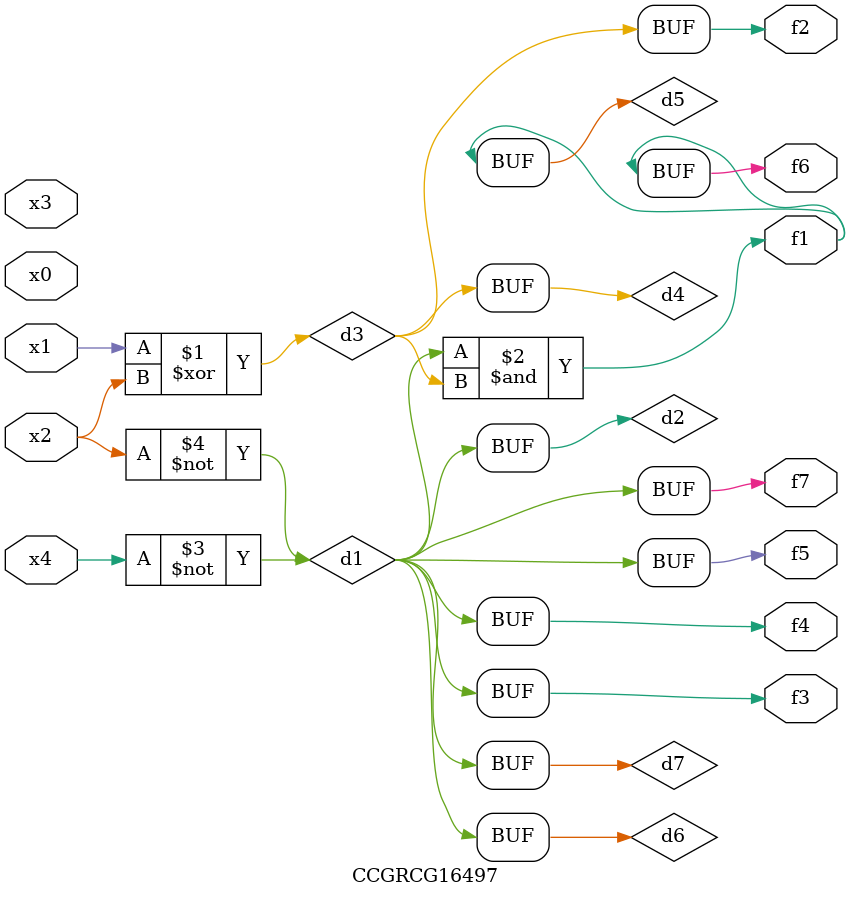
<source format=v>
module CCGRCG16497(
	input x0, x1, x2, x3, x4,
	output f1, f2, f3, f4, f5, f6, f7
);

	wire d1, d2, d3, d4, d5, d6, d7;

	not (d1, x4);
	not (d2, x2);
	xor (d3, x1, x2);
	buf (d4, d3);
	and (d5, d1, d3);
	buf (d6, d1, d2);
	buf (d7, d2);
	assign f1 = d5;
	assign f2 = d4;
	assign f3 = d7;
	assign f4 = d7;
	assign f5 = d7;
	assign f6 = d5;
	assign f7 = d7;
endmodule

</source>
